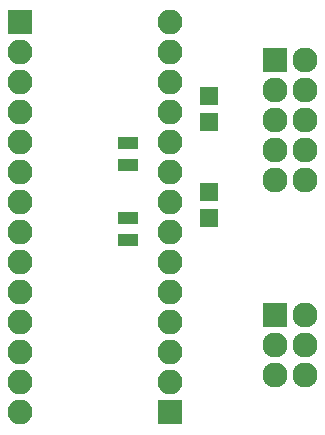
<source format=gts>
G04 #@! TF.FileFunction,Soldermask,Top*
%FSLAX46Y46*%
G04 Gerber Fmt 4.6, Leading zero omitted, Abs format (unit mm)*
G04 Created by KiCad (PCBNEW 4.0.7-e1-6374~58~ubuntu16.04.1) date Tue Aug 22 04:57:06 2017*
%MOMM*%
%LPD*%
G01*
G04 APERTURE LIST*
%ADD10C,0.100000*%
%ADD11R,2.127200X2.127200*%
%ADD12O,2.127200X2.127200*%
%ADD13R,1.600000X1.600000*%
%ADD14R,2.100000X2.100000*%
%ADD15O,2.100000X2.100000*%
%ADD16R,1.700000X1.100000*%
G04 APERTURE END LIST*
D10*
D11*
X113030000Y-98425000D03*
D12*
X115570000Y-98425000D03*
X113030000Y-100965000D03*
X115570000Y-100965000D03*
X113030000Y-103505000D03*
X115570000Y-103505000D03*
X113030000Y-106045000D03*
X115570000Y-106045000D03*
X113030000Y-108585000D03*
X115570000Y-108585000D03*
D13*
X107442000Y-101516000D03*
X107442000Y-103716000D03*
X107442000Y-111844000D03*
X107442000Y-109644000D03*
D14*
X91440000Y-95250000D03*
D15*
X91440000Y-97790000D03*
X91440000Y-100330000D03*
X91440000Y-102870000D03*
X91440000Y-105410000D03*
X91440000Y-107950000D03*
X91440000Y-110490000D03*
X91440000Y-113030000D03*
X91440000Y-115570000D03*
X91440000Y-118110000D03*
X91440000Y-120650000D03*
X91440000Y-123190000D03*
X91440000Y-125730000D03*
X91440000Y-128270000D03*
D14*
X104140000Y-128270000D03*
D15*
X104140000Y-125730000D03*
X104140000Y-123190000D03*
X104140000Y-120650000D03*
X104140000Y-118110000D03*
X104140000Y-115570000D03*
X104140000Y-113030000D03*
X104140000Y-110490000D03*
X104140000Y-107950000D03*
X104140000Y-105410000D03*
X104140000Y-102870000D03*
X104140000Y-100330000D03*
X104140000Y-97790000D03*
X104140000Y-95250000D03*
D11*
X113030000Y-120015000D03*
D12*
X115570000Y-120015000D03*
X113030000Y-122555000D03*
X115570000Y-122555000D03*
X113030000Y-125095000D03*
X115570000Y-125095000D03*
D16*
X100584000Y-107376000D03*
X100584000Y-105476000D03*
X100584000Y-113726000D03*
X100584000Y-111826000D03*
M02*

</source>
